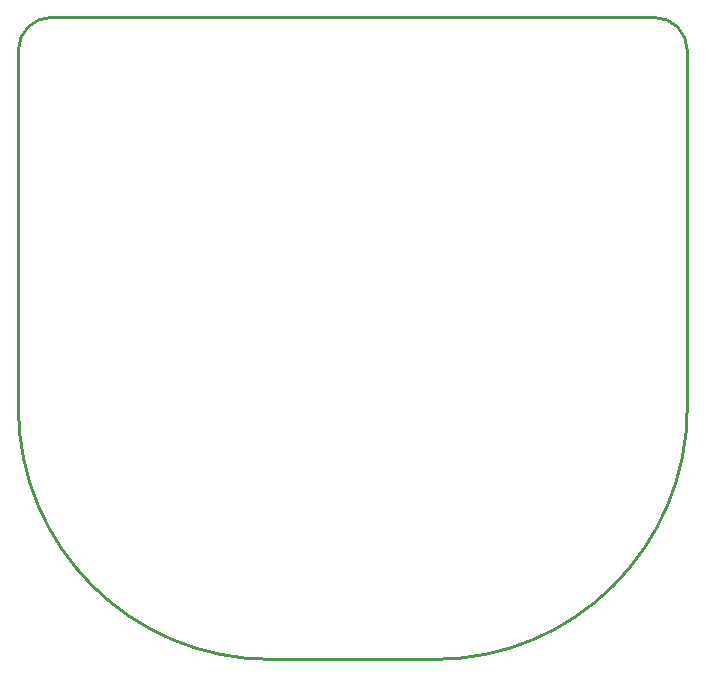
<source format=gbr>
G04 start of page 5 for group 9 layer_idx 6 *
G04 Title: (unknown), global_outline *
G04 Creator: pcb-rnd 2.0.0 *
G04 CreationDate: 2018-06-05 21:26:10 UTC *
G04 For:  *
G04 Format: Gerber/RS-274X *
G04 PCB-Dimensions: 500000 500000 *
G04 PCB-Coordinate-Origin: lower left *
%MOIN*%
%FSLAX25Y25*%
%LNOUTLINE*%
%ADD42C,0.0100*%
G54D42*X167500Y373500D02*Y254500D01*
X251500Y170500D02*X306500D01*
X390500Y254500D02*Y373500D01*
X178500Y384500D02*X379500D01*
X178500D02*G75*G03X167500Y373500I0J-11000D01*G01*
Y254500D02*G75*G03X251500Y170500I84000J0D01*G01*
X306500D02*G75*G03X390500Y254500I0J84000D01*G01*
Y373500D02*G75*G03X379500Y384500I-11000J0D01*G01*
M02*

</source>
